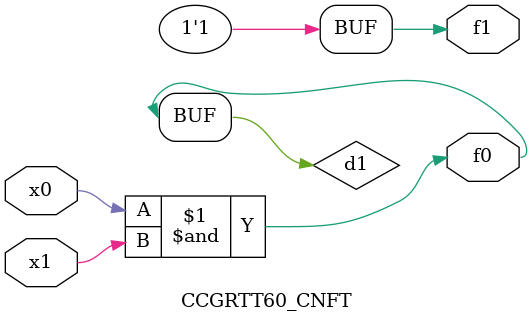
<source format=v>
module CCGRTT60_CNFT(
	input x0, x1,
	output f0, f1
);

	wire d1;

	assign f0 = d1;
	and (d1, x0, x1);
	assign f1 = 1'b1;
endmodule

</source>
